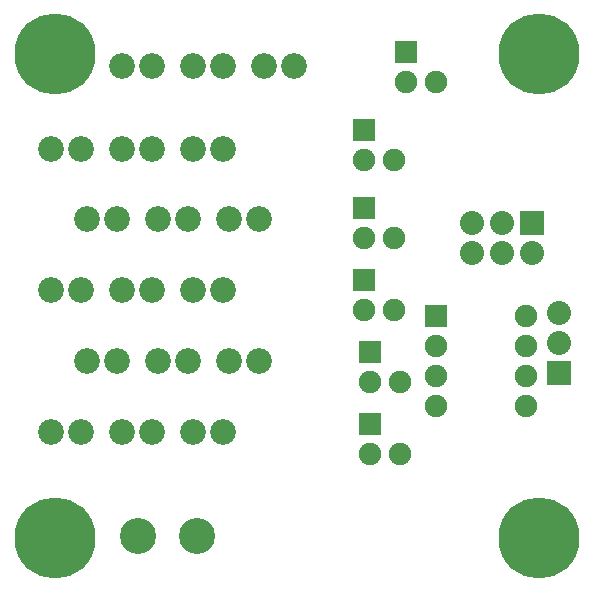
<source format=gbs>
G04 (created by PCBNEW (2013-05-31 BZR 4019)-stable) date 7/7/2013 10:44:35 AM*
%MOIN*%
G04 Gerber Fmt 3.4, Leading zero omitted, Abs format*
%FSLAX34Y34*%
G01*
G70*
G90*
G04 APERTURE LIST*
%ADD10C,0.00590551*%
%ADD11R,0.08X0.08*%
%ADD12C,0.08*%
%ADD13C,0.086*%
%ADD14C,0.12*%
%ADD15C,0.27*%
%ADD16R,0.075X0.075*%
%ADD17C,0.075*%
G04 APERTURE END LIST*
G54D10*
G54D11*
X79423Y-43696D03*
G54D12*
X79423Y-42696D03*
X79423Y-41696D03*
G54D13*
X63673Y-38582D03*
X64673Y-38582D03*
X67216Y-40944D03*
X68216Y-40944D03*
X64854Y-40944D03*
X65854Y-40944D03*
X62492Y-40944D03*
X63492Y-40944D03*
X68397Y-38582D03*
X69397Y-38582D03*
X66035Y-38582D03*
X67035Y-38582D03*
X67216Y-36220D03*
X68216Y-36220D03*
X64854Y-36220D03*
X65854Y-36220D03*
X62492Y-36220D03*
X63492Y-36220D03*
X69578Y-33464D03*
X70578Y-33464D03*
X67216Y-33464D03*
X68216Y-33464D03*
X64854Y-33464D03*
X65854Y-33464D03*
G54D14*
X65375Y-49125D03*
X67343Y-49125D03*
G54D13*
X63673Y-43307D03*
X64673Y-43307D03*
X66035Y-43307D03*
X67035Y-43307D03*
X68397Y-43307D03*
X69397Y-43307D03*
X62492Y-45669D03*
X63492Y-45669D03*
X64854Y-45669D03*
X65854Y-45669D03*
X67216Y-45669D03*
X68216Y-45669D03*
G54D15*
X78740Y-49212D03*
X62598Y-49212D03*
X78740Y-33070D03*
X62598Y-33070D03*
G54D16*
X75323Y-41796D03*
G54D17*
X75323Y-42796D03*
X75323Y-43796D03*
X75323Y-44796D03*
X78323Y-44796D03*
X78323Y-43796D03*
X78323Y-42796D03*
X78323Y-41796D03*
G54D16*
X72923Y-40596D03*
G54D17*
X72923Y-41596D03*
X73923Y-41596D03*
G54D16*
X72923Y-38196D03*
G54D17*
X72923Y-39196D03*
X73923Y-39196D03*
G54D16*
X72923Y-35596D03*
G54D17*
X72923Y-36596D03*
X73923Y-36596D03*
G54D16*
X74323Y-32996D03*
G54D17*
X74323Y-33996D03*
X75323Y-33996D03*
G54D16*
X73123Y-42996D03*
G54D17*
X73123Y-43996D03*
X74123Y-43996D03*
G54D16*
X73123Y-45396D03*
G54D17*
X73123Y-46396D03*
X74123Y-46396D03*
G54D11*
X78500Y-38700D03*
G54D12*
X78500Y-39700D03*
X77500Y-38700D03*
X77500Y-39700D03*
X76500Y-38700D03*
X76500Y-39700D03*
M02*

</source>
